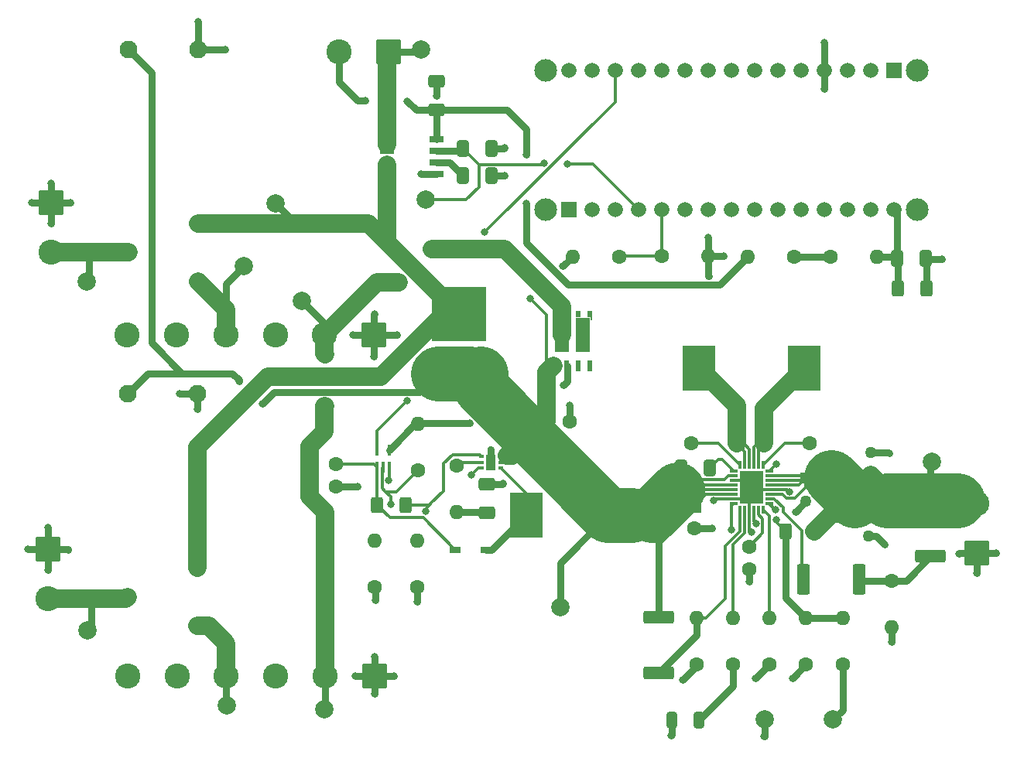
<source format=gbr>
%TF.GenerationSoftware,KiCad,Pcbnew,7.0.8*%
%TF.CreationDate,2024-02-23T11:13:45-06:00*%
%TF.ProjectId,ChargeController_Main,43686172-6765-4436-9f6e-74726f6c6c65,rev?*%
%TF.SameCoordinates,Original*%
%TF.FileFunction,Copper,L1,Top*%
%TF.FilePolarity,Positive*%
%FSLAX46Y46*%
G04 Gerber Fmt 4.6, Leading zero omitted, Abs format (unit mm)*
G04 Created by KiCad (PCBNEW 7.0.8) date 2024-02-23 11:13:45*
%MOMM*%
%LPD*%
G01*
G04 APERTURE LIST*
G04 Aperture macros list*
%AMRoundRect*
0 Rectangle with rounded corners*
0 $1 Rounding radius*
0 $2 $3 $4 $5 $6 $7 $8 $9 X,Y pos of 4 corners*
0 Add a 4 corners polygon primitive as box body*
4,1,4,$2,$3,$4,$5,$6,$7,$8,$9,$2,$3,0*
0 Add four circle primitives for the rounded corners*
1,1,$1+$1,$2,$3*
1,1,$1+$1,$4,$5*
1,1,$1+$1,$6,$7*
1,1,$1+$1,$8,$9*
0 Add four rect primitives between the rounded corners*
20,1,$1+$1,$2,$3,$4,$5,0*
20,1,$1+$1,$4,$5,$6,$7,0*
20,1,$1+$1,$6,$7,$8,$9,0*
20,1,$1+$1,$8,$9,$2,$3,0*%
G04 Aperture macros list end*
%TA.AperFunction,ComponentPad*%
%ADD10C,1.600000*%
%TD*%
%TA.AperFunction,ComponentPad*%
%ADD11O,1.600000X1.600000*%
%TD*%
%TA.AperFunction,SMDPad,CuDef*%
%ADD12R,0.600000X0.350000*%
%TD*%
%TA.AperFunction,SMDPad,CuDef*%
%ADD13R,1.100000X1.700000*%
%TD*%
%TA.AperFunction,ComponentPad*%
%ADD14RoundRect,0.250000X1.125000X1.125000X-1.125000X1.125000X-1.125000X-1.125000X1.125000X-1.125000X0*%
%TD*%
%TA.AperFunction,ComponentPad*%
%ADD15C,2.750000*%
%TD*%
%TA.AperFunction,ComponentPad*%
%ADD16RoundRect,0.250000X1.125000X-1.125000X1.125000X1.125000X-1.125000X1.125000X-1.125000X-1.125000X0*%
%TD*%
%TA.AperFunction,ComponentPad*%
%ADD17R,1.275000X1.275000*%
%TD*%
%TA.AperFunction,ComponentPad*%
%ADD18C,1.275000*%
%TD*%
%TA.AperFunction,SMDPad,CuDef*%
%ADD19RoundRect,0.250000X-0.400000X-0.625000X0.400000X-0.625000X0.400000X0.625000X-0.400000X0.625000X0*%
%TD*%
%TA.AperFunction,SMDPad,CuDef*%
%ADD20RoundRect,0.250000X-0.412500X-0.650000X0.412500X-0.650000X0.412500X0.650000X-0.412500X0.650000X0*%
%TD*%
%TA.AperFunction,SMDPad,CuDef*%
%ADD21RoundRect,0.249999X1.425001X-0.450001X1.425001X0.450001X-1.425001X0.450001X-1.425001X-0.450001X0*%
%TD*%
%TA.AperFunction,ComponentPad*%
%ADD22R,1.665000X1.665000*%
%TD*%
%TA.AperFunction,ComponentPad*%
%ADD23C,1.665000*%
%TD*%
%TA.AperFunction,ComponentPad*%
%ADD24C,2.475000*%
%TD*%
%TA.AperFunction,ComponentPad*%
%ADD25C,1.950000*%
%TD*%
%TA.AperFunction,ComponentPad*%
%ADD26R,1.600000X1.600000*%
%TD*%
%TA.AperFunction,ComponentPad*%
%ADD27RoundRect,0.250000X-1.125000X1.125000X-1.125000X-1.125000X1.125000X-1.125000X1.125000X1.125000X0*%
%TD*%
%TA.AperFunction,SMDPad,CuDef*%
%ADD28R,0.850000X0.300000*%
%TD*%
%TA.AperFunction,SMDPad,CuDef*%
%ADD29R,0.300000X0.850000*%
%TD*%
%TA.AperFunction,SMDPad,CuDef*%
%ADD30R,2.650000X3.650000*%
%TD*%
%TA.AperFunction,SMDPad,CuDef*%
%ADD31R,1.525000X0.650000*%
%TD*%
%TA.AperFunction,SMDPad,CuDef*%
%ADD32R,3.550000X4.900000*%
%TD*%
%TA.AperFunction,SMDPad,CuDef*%
%ADD33RoundRect,0.250000X0.650000X-0.412500X0.650000X0.412500X-0.650000X0.412500X-0.650000X-0.412500X0*%
%TD*%
%TA.AperFunction,ComponentPad*%
%ADD34C,2.000000*%
%TD*%
%TA.AperFunction,SMDPad,CuDef*%
%ADD35R,1.200000X0.750000*%
%TD*%
%TA.AperFunction,SMDPad,CuDef*%
%ADD36R,1.600000X3.000000*%
%TD*%
%TA.AperFunction,SMDPad,CuDef*%
%ADD37R,6.000000X6.000000*%
%TD*%
%TA.AperFunction,SMDPad,CuDef*%
%ADD38RoundRect,0.250000X-0.650000X0.412500X-0.650000X-0.412500X0.650000X-0.412500X0.650000X0.412500X0*%
%TD*%
%TA.AperFunction,SMDPad,CuDef*%
%ADD39R,0.450000X1.200000*%
%TD*%
%TA.AperFunction,SMDPad,CuDef*%
%ADD40RoundRect,0.250000X0.400000X0.625000X-0.400000X0.625000X-0.400000X-0.625000X0.400000X-0.625000X0*%
%TD*%
%TA.AperFunction,SMDPad,CuDef*%
%ADD41RoundRect,0.249999X-0.450001X-1.425001X0.450001X-1.425001X0.450001X1.425001X-0.450001X1.425001X0*%
%TD*%
%TA.AperFunction,SMDPad,CuDef*%
%ADD42R,0.610000X1.270000*%
%TD*%
%TA.AperFunction,SMDPad,CuDef*%
%ADD43R,0.610000X0.710000*%
%TD*%
%TA.AperFunction,SMDPad,CuDef*%
%ADD44R,1.650000X3.810000*%
%TD*%
%TA.AperFunction,SMDPad,CuDef*%
%ADD45R,0.230000X0.310000*%
%TD*%
%TA.AperFunction,SMDPad,CuDef*%
%ADD46RoundRect,0.250000X-0.325000X-0.650000X0.325000X-0.650000X0.325000X0.650000X-0.325000X0.650000X0*%
%TD*%
%TA.AperFunction,ViaPad*%
%ADD47C,2.000000*%
%TD*%
%TA.AperFunction,ViaPad*%
%ADD48C,0.800000*%
%TD*%
%TA.AperFunction,ViaPad*%
%ADD49C,0.700000*%
%TD*%
%TA.AperFunction,Conductor*%
%ADD50C,0.300000*%
%TD*%
%TA.AperFunction,Conductor*%
%ADD51C,0.750000*%
%TD*%
%TA.AperFunction,Conductor*%
%ADD52C,2.000000*%
%TD*%
%TA.AperFunction,Conductor*%
%ADD53C,6.000000*%
%TD*%
G04 APERTURE END LIST*
D10*
%TO.P,R1,1*%
%TO.N,GND*%
X75844400Y-93503800D03*
D11*
%TO.P,R1,2*%
%TO.N,/OpAmp_V-*%
X75844400Y-88423800D03*
%TD*%
D12*
%TO.P,PS1,1,FB*%
%TO.N,/Boost_FB*%
X87485800Y-79197200D03*
%TO.P,PS1,2,COMP*%
%TO.N,/Boost_Comp*%
X87485800Y-79847200D03*
%TO.P,PS1,3,GND*%
%TO.N,GND*%
X87485800Y-80497200D03*
%TO.P,PS1,4,SW*%
%TO.N,/Boost_SW*%
X89585800Y-80497200D03*
%TO.P,PS1,5,CTRL*%
%TO.N,MPPC_OUTPUT*%
X89585800Y-79847200D03*
%TO.P,PS1,6,VIN*%
X89585800Y-79197200D03*
D13*
%TO.P,PS1,7,EP*%
%TO.N,GND*%
X88535800Y-79847200D03*
%TD*%
D14*
%TO.P,J3,1,Pin_1*%
%TO.N,GND*%
X75778200Y-103225600D03*
D15*
%TO.P,J3,2,Pin_2*%
%TO.N,BC_VIN*%
X70378200Y-103225600D03*
%TO.P,J3,3,Pin_3*%
%TO.N,unconnected-(J3-Pin_3-Pad3)*%
X64978200Y-103225600D03*
%TO.P,J3,4,Pin_4*%
%TO.N,BC1_CHARGE_OUT*%
X59578200Y-103225600D03*
%TO.P,J3,5,Pin_5*%
%TO.N,unconnected-(J3-Pin_5-Pad5)*%
X54178200Y-103225600D03*
%TO.P,J3,6,Pin_6*%
%TO.N,unconnected-(J3-Pin_6-Pad6)*%
X48778200Y-103225600D03*
%TD*%
D16*
%TO.P,J1,1,Pin_1*%
%TO.N,GND*%
X141706600Y-89789000D03*
D15*
%TO.P,J1,2,Pin_2*%
%TO.N,INPUT*%
X141706600Y-84389000D03*
%TD*%
D17*
%TO.P,C1,1*%
%TO.N,INPUT*%
X130098800Y-81285000D03*
D18*
%TO.P,C1,2*%
%TO.N,GND*%
X130098800Y-78785000D03*
%TD*%
D19*
%TO.P,R20,1*%
%TO.N,/MCU_VIN*%
X133044600Y-60833000D03*
%TO.P,R20,2*%
%TO.N,GND*%
X136144600Y-60833000D03*
%TD*%
D10*
%TO.P,C5,1*%
%TO.N,GND*%
X116789200Y-91577800D03*
%TO.P,C5,2*%
%TO.N,/VCC*%
X116789200Y-89077800D03*
%TD*%
%TO.P,R2,1*%
%TO.N,/OpAmp_V-*%
X80568800Y-80727600D03*
D11*
%TO.P,R2,2*%
%TO.N,/Amplified_PWM*%
X80568800Y-75647600D03*
%TD*%
D10*
%TO.P,C8,1*%
%TO.N,/SW_2*%
X115411800Y-77800200D03*
%TO.P,C8,2*%
%TO.N,/BST2*%
X110411800Y-77800200D03*
%TD*%
D20*
%TO.P,C13,1*%
%TO.N,Net-(IC1-FILTER)*%
X85430900Y-48515800D03*
%TO.P,C13,2*%
%TO.N,GND*%
X88555900Y-48515800D03*
%TD*%
D21*
%TO.P,R8,1*%
%TO.N,/BB_HY*%
X136601200Y-90146600D03*
%TO.P,R8,2*%
%TO.N,INPUT*%
X136601200Y-84046600D03*
%TD*%
D22*
%TO.P,IC2,A1,D13*%
%TO.N,unconnected-(IC2-D13-PadA1)*%
X97034600Y-52197000D03*
D23*
%TO.P,IC2,A2,3.3V*%
%TO.N,unconnected-(IC2-3.3V-PadA2)*%
X99574600Y-52197000D03*
%TO.P,IC2,A3,REF*%
%TO.N,unconnected-(IC2-REF-PadA3)*%
X102114600Y-52197000D03*
%TO.P,IC2,A4,A0*%
%TO.N,OutputCurrent*%
X104654600Y-52197000D03*
%TO.P,IC2,A5,A1*%
%TO.N,MPPC_MCU_VOLTAGE*%
X107194600Y-52197000D03*
%TO.P,IC2,A6,A2*%
%TO.N,unconnected-(IC2-A2-PadA6)*%
X109734600Y-52197000D03*
%TO.P,IC2,A7,A3*%
%TO.N,unconnected-(IC2-A3-PadA7)*%
X112274600Y-52197000D03*
%TO.P,IC2,A8,A4*%
%TO.N,unconnected-(IC2-A4-PadA8)*%
X114814600Y-52197000D03*
%TO.P,IC2,A9,A5*%
%TO.N,unconnected-(IC2-A5-PadA9)*%
X117354600Y-52197000D03*
%TO.P,IC2,A10,A6*%
%TO.N,unconnected-(IC2-A6-PadA10)*%
X119894600Y-52197000D03*
%TO.P,IC2,A11,A7*%
%TO.N,unconnected-(IC2-A7-PadA11)*%
X122434600Y-52197000D03*
%TO.P,IC2,A12,5V*%
%TO.N,unconnected-(IC2-5V-PadA12)*%
X124974600Y-52197000D03*
%TO.P,IC2,A13,RST_1*%
%TO.N,unconnected-(IC2-RST_1-PadA13)*%
X127514600Y-52197000D03*
%TO.P,IC2,A14,GND_1*%
%TO.N,unconnected-(IC2-GND_1-PadA14)*%
X130054600Y-52197000D03*
%TO.P,IC2,A15,VIN*%
%TO.N,/MCU_VIN*%
X132594600Y-52197000D03*
D22*
%TO.P,IC2,B1,TX1*%
%TO.N,unconnected-(IC2-TX1-PadB1)*%
X132594600Y-36957000D03*
D23*
%TO.P,IC2,B2,RX0*%
%TO.N,unconnected-(IC2-RX0-PadB2)*%
X130054600Y-36957000D03*
%TO.P,IC2,B3,RST_2*%
%TO.N,unconnected-(IC2-RST_2-PadB3)*%
X127514600Y-36957000D03*
%TO.P,IC2,B4,GND_2*%
%TO.N,GND*%
X124974600Y-36957000D03*
%TO.P,IC2,B5,D2*%
%TO.N,unconnected-(IC2-D2-PadB5)*%
X122434600Y-36957000D03*
%TO.P,IC2,B6,D3*%
%TO.N,unconnected-(IC2-D3-PadB6)*%
X119894600Y-36957000D03*
%TO.P,IC2,B7,D4*%
%TO.N,unconnected-(IC2-D4-PadB7)*%
X117354600Y-36957000D03*
%TO.P,IC2,B8,D5*%
%TO.N,unconnected-(IC2-D5-PadB8)*%
X114814600Y-36957000D03*
%TO.P,IC2,B9,D6*%
%TO.N,unconnected-(IC2-D6-PadB9)*%
X112274600Y-36957000D03*
%TO.P,IC2,B10,D7*%
%TO.N,unconnected-(IC2-D7-PadB10)*%
X109734600Y-36957000D03*
%TO.P,IC2,B11,D8*%
%TO.N,unconnected-(IC2-D8-PadB11)*%
X107194600Y-36957000D03*
%TO.P,IC2,B12,D9*%
%TO.N,unconnected-(IC2-D9-PadB12)*%
X104654600Y-36957000D03*
%TO.P,IC2,B13,D10*%
%TO.N,MCU_PWM*%
X102114600Y-36957000D03*
%TO.P,IC2,B14,D11*%
%TO.N,unconnected-(IC2-D11-PadB14)*%
X99574600Y-36957000D03*
%TO.P,IC2,B15,D12*%
%TO.N,unconnected-(IC2-D12-PadB15)*%
X97034600Y-36957000D03*
D24*
%TO.P,IC2,MH1,MH1*%
%TO.N,unconnected-(IC2-PadMH1)*%
X94494600Y-52197000D03*
%TO.P,IC2,MH2,MH2*%
%TO.N,unconnected-(IC2-PadMH2)*%
X94494600Y-36957000D03*
%TO.P,IC2,MH3,MH3*%
%TO.N,unconnected-(IC2-PadMH3)*%
X135134600Y-36957000D03*
%TO.P,IC2,MH4,MH4*%
%TO.N,unconnected-(IC2-PadMH4)*%
X135134600Y-52197000D03*
%TD*%
D10*
%TO.P,R19,1*%
%TO.N,/Boost_Comp*%
X84751200Y-80196400D03*
D11*
%TO.P,R19,2*%
%TO.N,Net-(C15-Pad1)*%
X84751200Y-85276400D03*
%TD*%
D25*
%TO.P,K1,1,COIL_1*%
%TO.N,MPPC_OUTPUT*%
X48765400Y-72388800D03*
%TO.P,K1,2,COM*%
%TO.N,BAT_1*%
X48765400Y-94588800D03*
%TO.P,K1,3,NO*%
%TO.N,BC1_CHARGE_OUT*%
X56385400Y-97788800D03*
%TO.P,K1,4,NC*%
%TO.N,BAT_DISCHARGE*%
X56385400Y-91388800D03*
%TO.P,K1,5,COIL_2*%
%TO.N,GND*%
X56385400Y-72388800D03*
%TD*%
D10*
%TO.P,R7,1*%
%TO.N,Net-(C4-Pad2)*%
X127000000Y-102000000D03*
D11*
%TO.P,R7,2*%
%TO.N,/MPPC*%
X127000000Y-96920000D03*
%TD*%
D10*
%TO.P,C16,1*%
%TO.N,GND*%
X97135000Y-75412600D03*
%TO.P,C16,2*%
%TO.N,MPPC_OUTPUT*%
X94635000Y-75412600D03*
%TD*%
%TO.P,R16,1*%
%TO.N,MPPC_MCU_VOLTAGE*%
X102520800Y-57353200D03*
D11*
%TO.P,R16,2*%
%TO.N,MPPC_OUTPUT*%
X97440800Y-57353200D03*
%TD*%
D10*
%TO.P,R9,1*%
%TO.N,/BB_HY*%
X132384800Y-92805200D03*
D11*
%TO.P,R9,2*%
%TO.N,GND*%
X132384800Y-97885200D03*
%TD*%
D10*
%TO.P,R4,1*%
%TO.N,Net-(R3-Pad1)*%
X125647400Y-57378600D03*
D11*
%TO.P,R4,2*%
%TO.N,/MCU_VIN*%
X130727400Y-57378600D03*
%TD*%
D26*
%TO.P,C9,1*%
%TO.N,MPPC_OUTPUT*%
X110767400Y-84607400D03*
D10*
%TO.P,C9,2*%
%TO.N,GND*%
X110767400Y-87107400D03*
%TD*%
D27*
%TO.P,J5,1,Pin_1*%
%TO.N,GND*%
X40053200Y-89407600D03*
D15*
%TO.P,J5,2,Pin_2*%
%TO.N,BAT_1*%
X40053200Y-94807600D03*
%TD*%
D10*
%TO.P,R13,1*%
%TO.N,GND*%
X111000000Y-102000000D03*
D11*
%TO.P,R13,2*%
%TO.N,/FB*%
X111000000Y-96920000D03*
%TD*%
D21*
%TO.P,R14,1*%
%TO.N,/FB*%
X106883200Y-102922800D03*
%TO.P,R14,2*%
%TO.N,MPPC_OUTPUT*%
X106883200Y-96822800D03*
%TD*%
D20*
%TO.P,C14,1*%
%TO.N,OutputCurrent*%
X85430900Y-45515800D03*
%TO.P,C14,2*%
%TO.N,GND*%
X88555900Y-45515800D03*
%TD*%
D17*
%TO.P,C3,1*%
%TO.N,INPUT*%
X122986800Y-81599400D03*
D18*
%TO.P,C3,2*%
%TO.N,GND*%
X122986800Y-84099400D03*
%TD*%
D28*
%TO.P,IC4,1,BST3*%
%TO.N,/BB_BST3*%
X115091200Y-80850800D03*
%TO.P,IC4,2,PVOUT_1*%
%TO.N,MPPC_OUTPUT*%
X115091200Y-81350800D03*
%TO.P,IC4,3,GND_1*%
%TO.N,GND*%
X115091200Y-81850800D03*
%TO.P,IC4,4,PVOUT_2*%
%TO.N,MPPC_OUTPUT*%
X115091200Y-82350800D03*
%TO.P,IC4,5,ISP*%
X115091200Y-82850800D03*
%TO.P,IC4,6,ISN*%
X115091200Y-83350800D03*
%TO.P,IC4,7,PGOOD*%
%TO.N,GND*%
X115091200Y-83850800D03*
%TO.P,IC4,8,PROG*%
%TO.N,/VCC*%
X115091200Y-84350800D03*
D29*
%TO.P,IC4,9,FB*%
%TO.N,/FB*%
X115791200Y-85050800D03*
%TO.P,IC4,10,VC*%
%TO.N,Net-(IC4-VC)*%
X116291200Y-85050800D03*
%TO.P,IC4,11,GND_2*%
%TO.N,GND*%
X116791200Y-85050800D03*
%TO.P,IC4,12,MPPC*%
%TO.N,/MPPC*%
X117291200Y-85050800D03*
%TO.P,IC4,13,VCC*%
%TO.N,/VCC*%
X117791200Y-85050800D03*
%TO.P,IC4,14,RT*%
%TO.N,/BB_RT*%
X118291200Y-85050800D03*
D28*
%TO.P,IC4,15,SYNC/MODE*%
%TO.N,GND*%
X118991200Y-84350800D03*
%TO.P,IC4,16,EN/UVLO*%
%TO.N,/BB_EN*%
X118991200Y-83850800D03*
%TO.P,IC4,17,VIN*%
%TO.N,INPUT*%
X118991200Y-83350800D03*
%TO.P,IC4,18,GND_3*%
%TO.N,GND*%
X118991200Y-82850800D03*
%TO.P,IC4,19,PVIN_1*%
%TO.N,INPUT*%
X118991200Y-82350800D03*
%TO.P,IC4,20,PVIN_2*%
X118991200Y-81850800D03*
%TO.P,IC4,21,PVIN_3*%
X118991200Y-81350800D03*
%TO.P,IC4,22,GND_4*%
%TO.N,GND*%
X118991200Y-80850800D03*
D29*
%TO.P,IC4,23,BST1*%
%TO.N,/BST1*%
X118291200Y-80150800D03*
%TO.P,IC4,24,SW1_1*%
%TO.N,/SW_1*%
X117791200Y-80150800D03*
%TO.P,IC4,25,SW1_2*%
X117291200Y-80150800D03*
%TO.P,IC4,26,SW2_1*%
%TO.N,/SW_2*%
X116791200Y-80150800D03*
%TO.P,IC4,27,SW2_2*%
X116291200Y-80150800D03*
%TO.P,IC4,28,BST2*%
%TO.N,/BST2*%
X115791200Y-80150800D03*
D30*
%TO.P,IC4,29,PGND*%
%TO.N,GND*%
X117041200Y-82600800D03*
%TD*%
D14*
%TO.P,J4,1,Pin_1*%
%TO.N,GND*%
X75745200Y-65912600D03*
D15*
%TO.P,J4,2,Pin_2*%
%TO.N,BC_VIN*%
X70345200Y-65912600D03*
%TO.P,J4,3,Pin_3*%
%TO.N,unconnected-(J4-Pin_3-Pad3)*%
X64945200Y-65912600D03*
%TO.P,J4,4,Pin_4*%
%TO.N,BC2_CHARGE_OUT*%
X59545200Y-65912600D03*
%TO.P,J4,5,Pin_5*%
%TO.N,unconnected-(J4-Pin_5-Pad5)*%
X54145200Y-65912600D03*
%TO.P,J4,6,Pin_6*%
%TO.N,unconnected-(J4-Pin_6-Pad6)*%
X48745200Y-65912600D03*
%TD*%
D20*
%TO.P,C11,1*%
%TO.N,/MCU_VIN*%
X132962500Y-57505600D03*
%TO.P,C11,2*%
%TO.N,GND*%
X136087500Y-57505600D03*
%TD*%
D10*
%TO.P,C17,1*%
%TO.N,/Boosted_MPPC_Output*%
X71577200Y-80030000D03*
%TO.P,C17,2*%
%TO.N,GND*%
X71577200Y-82530000D03*
%TD*%
%TO.P,R11,1*%
%TO.N,GND*%
X119000000Y-102000000D03*
D11*
%TO.P,R11,2*%
%TO.N,/BB_RT*%
X119000000Y-96920000D03*
%TD*%
D31*
%TO.P,IC1,1,IP+_1*%
%TO.N,OUTPUT*%
X77165200Y-44526200D03*
%TO.P,IC1,2,IP+_2*%
X77165200Y-45796200D03*
%TO.P,IC1,3,IP-_1*%
%TO.N,BAT_DISCHARGE*%
X77165200Y-47066200D03*
%TO.P,IC1,4,IP-_2*%
X77165200Y-48336200D03*
%TO.P,IC1,5,GND*%
%TO.N,GND*%
X82589200Y-48336200D03*
%TO.P,IC1,6,FILTER*%
%TO.N,Net-(IC1-FILTER)*%
X82589200Y-47066200D03*
%TO.P,IC1,7,VIOUT*%
%TO.N,OutputCurrent*%
X82589200Y-45796200D03*
%TO.P,IC1,8,VCC*%
%TO.N,5V_IN*%
X82589200Y-44526200D03*
%TD*%
D10*
%TO.P,R17,1*%
%TO.N,GND*%
X80467200Y-93554600D03*
D11*
%TO.P,R17,2*%
%TO.N,/Boost_FB*%
X80467200Y-88474600D03*
%TD*%
D25*
%TO.P,K2,1,COIL_1*%
%TO.N,MPPC_OUTPUT*%
X48871400Y-34699800D03*
%TO.P,K2,2,COM*%
%TO.N,BAT_2*%
X48871400Y-56899800D03*
%TO.P,K2,3,NO*%
%TO.N,BC2_CHARGE_OUT*%
X56491400Y-60099800D03*
%TO.P,K2,4,NC*%
%TO.N,BAT_DISCHARGE*%
X56491400Y-53699800D03*
%TO.P,K2,5,COIL_2*%
%TO.N,GND*%
X56491400Y-34699800D03*
%TD*%
D32*
%TO.P,L2,1,1*%
%TO.N,/Boost_SW*%
X92395600Y-85623400D03*
%TO.P,L2,2,2*%
%TO.N,MPPC_OUTPUT*%
X103895600Y-85623400D03*
%TD*%
D10*
%TO.P,R3,1*%
%TO.N,Net-(R3-Pad1)*%
X121723200Y-57378600D03*
D11*
%TO.P,R3,2*%
%TO.N,5V_IN*%
X116643200Y-57378600D03*
%TD*%
D10*
%TO.P,R15,1*%
%TO.N,MPPC_MCU_VOLTAGE*%
X107257800Y-57302400D03*
D11*
%TO.P,R15,2*%
%TO.N,GND*%
X112337800Y-57302400D03*
%TD*%
D33*
%TO.P,C15,1*%
%TO.N,Net-(C15-Pad1)*%
X88104000Y-85385200D03*
%TO.P,C15,2*%
%TO.N,GND*%
X88104000Y-82260200D03*
%TD*%
D34*
%TO.P,C4,1*%
%TO.N,GND*%
X118449400Y-108000800D03*
%TO.P,C4,2*%
%TO.N,Net-(C4-Pad2)*%
X125949400Y-108000800D03*
%TD*%
D35*
%TO.P,D1,1,K*%
%TO.N,/Boosted_MPPC_Output*%
X84634600Y-89433400D03*
%TO.P,D1,2,A*%
%TO.N,/Boost_SW*%
X88034600Y-89433400D03*
%TD*%
D20*
%TO.P,C10,1*%
%TO.N,MPPC_OUTPUT*%
X109331900Y-80518000D03*
%TO.P,C10,2*%
%TO.N,/BB_BST3*%
X112456900Y-80518000D03*
%TD*%
D32*
%TO.P,L1,1,1*%
%TO.N,/SW_2*%
X111316600Y-69519800D03*
%TO.P,L1,2,2*%
%TO.N,/SW_1*%
X122816600Y-69519800D03*
%TD*%
D36*
%TO.P,D2,1,A_1*%
%TO.N,MPPC_OUTPUT*%
X82764600Y-70127000D03*
D37*
%TO.P,D2,2,K*%
%TO.N,BAT_DISCHARGE*%
X85064600Y-63627000D03*
D36*
%TO.P,D2,3,A_2*%
%TO.N,MPPC_OUTPUT*%
X87364600Y-70127000D03*
%TD*%
D10*
%TO.P,R12,1*%
%TO.N,Net-(C6-Pad2)*%
X115000000Y-102000000D03*
D11*
%TO.P,R12,2*%
%TO.N,Net-(IC4-VC)*%
X115000000Y-96920000D03*
%TD*%
D10*
%TO.P,C7,1*%
%TO.N,/BST1*%
X123412800Y-77800200D03*
%TO.P,C7,2*%
%TO.N,/SW_1*%
X118412800Y-77800200D03*
%TD*%
D19*
%TO.P,R5,1*%
%TO.N,/MPPC*%
X120776400Y-87452200D03*
%TO.P,R5,2*%
%TO.N,INPUT*%
X123876400Y-87452200D03*
%TD*%
D10*
%TO.P,R6,1*%
%TO.N,GND*%
X123000000Y-102000000D03*
D11*
%TO.P,R6,2*%
%TO.N,/MPPC*%
X123000000Y-96920000D03*
%TD*%
D38*
%TO.P,C12,1*%
%TO.N,GND*%
X82544200Y-38153700D03*
%TO.P,C12,2*%
%TO.N,5V_IN*%
X82544200Y-41278700D03*
%TD*%
D17*
%TO.P,C2,1*%
%TO.N,INPUT*%
X129819400Y-85470600D03*
D18*
%TO.P,C2,2*%
%TO.N,GND*%
X129819400Y-87970600D03*
%TD*%
D39*
%TO.P,IC3,1,IN+*%
%TO.N,/Boosted_MPPC_Output*%
X76083400Y-80426600D03*
%TO.P,IC3,2,V-*%
%TO.N,/OpAmp_V-*%
X76733400Y-80426600D03*
%TO.P,IC3,3,IN-*%
%TO.N,GND*%
X77383400Y-80426600D03*
%TO.P,IC3,4,OUT*%
%TO.N,/Amplified_PWM*%
X77383400Y-78526600D03*
%TO.P,IC3,5,V+*%
%TO.N,MCU_PWM*%
X76083400Y-78526600D03*
%TD*%
D14*
%TO.P,J7,1,Pin_1*%
%TO.N,OUTPUT*%
X77350600Y-34925000D03*
D15*
%TO.P,J7,2,Pin_2*%
%TO.N,5V_IN*%
X71950600Y-34925000D03*
%TD*%
D40*
%TO.P,R18,1*%
%TO.N,/Boost_FB*%
X79197800Y-84505800D03*
%TO.P,R18,2*%
%TO.N,/Boosted_MPPC_Output*%
X76097800Y-84505800D03*
%TD*%
D41*
%TO.P,R10,1*%
%TO.N,/BB_EN*%
X122680000Y-92710000D03*
%TO.P,R10,2*%
%TO.N,/BB_HY*%
X128780000Y-92710000D03*
%TD*%
D42*
%TO.P,Q1,1,S1*%
%TO.N,MPPC_OUTPUT*%
X95554800Y-69265800D03*
%TO.P,Q1,2,G1*%
%TO.N,/Amplified_PWM*%
X96824800Y-69265800D03*
%TO.P,Q1,3,S2*%
%TO.N,unconnected-(Q1-S2-Pad3)*%
X98094800Y-69265800D03*
%TO.P,Q1,4,G2*%
%TO.N,unconnected-(Q1-G2-Pad4)*%
X99364800Y-69265800D03*
D43*
%TO.P,Q1,5,D2_1*%
%TO.N,unconnected-(Q1-D2_1-Pad5)*%
X99364800Y-63645800D03*
%TO.P,Q1,6,D2_2*%
X98094800Y-63645800D03*
%TO.P,Q1,7,D1_1*%
%TO.N,BC_VIN*%
X96824800Y-63645800D03*
%TO.P,Q1,8,D1_2*%
X95554800Y-63645800D03*
D44*
%TO.P,Q1,9*%
X96304800Y-65905800D03*
%TO.P,Q1,10*%
%TO.N,unconnected-(Q1-D2_1-Pad5)*%
X98614800Y-65905800D03*
D45*
%TO.P,Q1,11*%
%TO.N,BC_VIN*%
X95364800Y-64155800D03*
%TO.P,Q1,12*%
%TO.N,unconnected-(Q1-D2_1-Pad5)*%
X99554800Y-64155800D03*
%TD*%
D46*
%TO.P,C6,1*%
%TO.N,GND*%
X108303800Y-108077000D03*
%TO.P,C6,2*%
%TO.N,Net-(C6-Pad2)*%
X111253800Y-108077000D03*
%TD*%
D27*
%TO.P,J6,1,Pin_1*%
%TO.N,GND*%
X40408800Y-51444800D03*
D15*
%TO.P,J6,2,Pin_2*%
%TO.N,BAT_2*%
X40408800Y-56844800D03*
%TD*%
D47*
%TO.N,INPUT*%
X136779000Y-79806800D03*
D48*
%TO.N,GND*%
X117475000Y-103505000D03*
D49*
X88493600Y-78460600D03*
D48*
X78282800Y-65887600D03*
X139700000Y-89839800D03*
X73431400Y-65887600D03*
X86410800Y-81203800D03*
X116789200Y-92964000D03*
X109474000Y-103682800D03*
X40081200Y-86995000D03*
X56515000Y-31648400D03*
X56388000Y-74041000D03*
X121158000Y-83076300D03*
X40436800Y-49301400D03*
X124968000Y-33883600D03*
X77901800Y-103225600D03*
X80924400Y-48336200D03*
X40081200Y-91617800D03*
X121843800Y-85293200D03*
X131572000Y-88874600D03*
X75692000Y-68275200D03*
X113995200Y-57302400D03*
X75869800Y-94996000D03*
X75768200Y-63627000D03*
X118414800Y-109855000D03*
X137896600Y-57607200D03*
X38328600Y-51435000D03*
X141706600Y-91998800D03*
X90017600Y-45466000D03*
X73710800Y-103225600D03*
X124968000Y-38989000D03*
X117016700Y-87528400D03*
X42570400Y-51435000D03*
X89839800Y-82194400D03*
X89992200Y-48488600D03*
X73939400Y-82550000D03*
X112318800Y-55270400D03*
X119659400Y-85090000D03*
X132105400Y-78841600D03*
X77368400Y-81838800D03*
X40436800Y-53695600D03*
X42316400Y-89458800D03*
X37896800Y-89408000D03*
X59436000Y-34696400D03*
X112928400Y-84076300D03*
X54508400Y-72364600D03*
X108229400Y-109778800D03*
X75768200Y-105181400D03*
X132359400Y-99517200D03*
X82544200Y-39716200D03*
X80467200Y-95097600D03*
X112750600Y-87122000D03*
X143789400Y-89814400D03*
X121488200Y-103530400D03*
X75768200Y-101117400D03*
X97155000Y-73583800D03*
X119786400Y-80060800D03*
X112344200Y-59461400D03*
%TO.N,/VCC*%
X114853794Y-87294794D03*
%TO.N,MPPC_OUTPUT*%
X96342200Y-58420000D03*
X60960000Y-70967600D03*
X92811600Y-61925200D03*
D47*
X96088200Y-95681800D03*
D48*
X63525400Y-73431400D03*
%TO.N,OutputCurrent*%
X96926400Y-47244000D03*
X94343293Y-47150093D03*
D47*
X81356200Y-51130200D03*
D48*
%TO.N,5V_IN*%
X92430600Y-46228000D03*
X92430600Y-51562000D03*
X74828400Y-40259000D03*
X79375000Y-40309800D03*
D47*
%TO.N,OUTPUT*%
X80848200Y-34645600D03*
%TO.N,BAT_DISCHARGE*%
X64947800Y-51485800D03*
D48*
%TO.N,/MPPC*%
X119725500Y-86156800D03*
X117516700Y-86588600D03*
%TO.N,BC_VIN*%
X82092800Y-56540400D03*
D47*
X70332600Y-106883200D03*
D48*
X70383400Y-73507600D03*
X78435200Y-60198000D03*
D47*
X67868800Y-62179200D03*
D48*
X70408800Y-68046600D03*
D47*
%TO.N,BC1_CHARGE_OUT*%
X59639200Y-106502200D03*
%TO.N,BC2_CHARGE_OUT*%
X61493400Y-58343800D03*
%TO.N,BAT_1*%
X44424600Y-98272600D03*
%TO.N,BAT_2*%
X44348400Y-60071000D03*
D48*
%TO.N,/OpAmp_V-*%
X77597000Y-84455000D03*
%TO.N,/Amplified_PWM*%
X86233000Y-75590400D03*
X96443800Y-71450200D03*
%TO.N,MCU_PWM*%
X79349600Y-73111900D03*
X87858600Y-54660800D03*
%TO.N,/Boost_FB*%
X81407000Y-85242400D03*
%TD*%
D50*
%TO.N,INPUT*%
X122986800Y-82575400D02*
X122986800Y-81599400D01*
X118991200Y-82350800D02*
X122235400Y-82350800D01*
X118991200Y-81350800D02*
X122738200Y-81350800D01*
X122235400Y-82350800D02*
X122986800Y-81599400D01*
D51*
X136601200Y-84046600D02*
X136601200Y-79984600D01*
D52*
X133202800Y-84389000D02*
X130098800Y-81285000D01*
X141706600Y-84389000D02*
X133202800Y-84389000D01*
D50*
X118991200Y-83350800D02*
X120405780Y-83350800D01*
D52*
X125858000Y-85470600D02*
X129819400Y-85470600D01*
D50*
X120857280Y-83802300D02*
X121759900Y-83802300D01*
D53*
X128325460Y-84046600D02*
X125733330Y-81454470D01*
D50*
X122738200Y-81350800D02*
X122986800Y-81599400D01*
X122735400Y-81850800D02*
X122986800Y-81599400D01*
D51*
X136601200Y-79984600D02*
X136779000Y-79806800D01*
D50*
X118991200Y-81850800D02*
X122735400Y-81850800D01*
X121759900Y-83802300D02*
X122986800Y-82575400D01*
D52*
X123876400Y-87452200D02*
X125858000Y-85470600D01*
D53*
X136601200Y-84046600D02*
X131876800Y-84046600D01*
D50*
X120405780Y-83350800D02*
X120857280Y-83802300D01*
D53*
X131876800Y-84046600D02*
X139596400Y-84046600D01*
D50*
%TO.N,GND*%
X117291200Y-82850800D02*
X118991200Y-82850800D01*
D51*
X122986800Y-84150200D02*
X121843800Y-85293200D01*
D50*
X117041200Y-82600800D02*
X116291200Y-81850800D01*
D51*
X123000000Y-102018600D02*
X121488200Y-103530400D01*
X75778200Y-103225600D02*
X75778200Y-105171400D01*
X59432600Y-34699800D02*
X59436000Y-34696400D01*
X42265200Y-89407600D02*
X42316400Y-89458800D01*
X97135000Y-73603800D02*
X97155000Y-73583800D01*
X40081200Y-91617800D02*
X40081200Y-89435600D01*
X75745200Y-65912600D02*
X78257800Y-65912600D01*
X75778200Y-103225600D02*
X77901800Y-103225600D01*
D50*
X118996400Y-80850800D02*
X119786400Y-80060800D01*
D51*
X73456400Y-65912600D02*
X73431400Y-65887600D01*
X132048800Y-78785000D02*
X132105400Y-78841600D01*
X56491400Y-31672000D02*
X56515000Y-31648400D01*
X110767400Y-87107400D02*
X112736000Y-87107400D01*
X89967800Y-45515800D02*
X90017600Y-45466000D01*
X75869800Y-94996000D02*
X75869800Y-93529200D01*
X40053200Y-89407600D02*
X40053200Y-87023000D01*
X136189100Y-57607200D02*
X136087500Y-57505600D01*
X82589200Y-48336200D02*
X80924400Y-48336200D01*
X40408800Y-51444800D02*
X40408800Y-49329400D01*
X97135000Y-75412600D02*
X97135000Y-73603800D01*
D50*
X120932500Y-82850800D02*
X121158000Y-83076300D01*
D51*
X139750800Y-89789000D02*
X139700000Y-89839800D01*
X141706600Y-89789000D02*
X141706600Y-91998800D01*
X78257800Y-65912600D02*
X78282800Y-65887600D01*
X141706600Y-89789000D02*
X139750800Y-89789000D01*
X88104000Y-82260200D02*
X89774000Y-82260200D01*
X143764000Y-89789000D02*
X143789400Y-89814400D01*
X42560600Y-51444800D02*
X42570400Y-51435000D01*
X75745200Y-65912600D02*
X75745200Y-68222000D01*
X80467200Y-95097600D02*
X80467200Y-93554600D01*
X108303800Y-108077000D02*
X108303800Y-109704400D01*
X37897200Y-89407600D02*
X37896800Y-89408000D01*
X130668000Y-87970600D02*
X131572000Y-88874600D01*
D50*
X118991200Y-84421800D02*
X119659400Y-85090000D01*
D51*
X124974600Y-38982400D02*
X124968000Y-38989000D01*
D50*
X87485800Y-80497200D02*
X87117400Y-80497200D01*
X113153900Y-83850800D02*
X112928400Y-84076300D01*
D51*
X112337800Y-57302400D02*
X113995200Y-57302400D01*
D50*
X116791200Y-85050800D02*
X116791200Y-87302900D01*
D51*
X112337800Y-55289400D02*
X112318800Y-55270400D01*
X89965000Y-48515800D02*
X89992200Y-48488600D01*
D50*
X77383400Y-80426600D02*
X77383400Y-81823800D01*
D51*
X118980000Y-102000000D02*
X117475000Y-103505000D01*
D50*
X116291200Y-81850800D02*
X115091200Y-81850800D01*
X116791200Y-87302900D02*
X117016700Y-87528400D01*
D51*
X75778200Y-101127400D02*
X75768200Y-101117400D01*
X56385400Y-72388800D02*
X54532600Y-72388800D01*
D50*
X117041200Y-82600800D02*
X115791200Y-83850800D01*
D51*
X40081200Y-89435600D02*
X40053200Y-89407600D01*
X88535800Y-79847200D02*
X88535800Y-78502800D01*
X56491400Y-34699800D02*
X59432600Y-34699800D01*
X141706600Y-89789000D02*
X143764000Y-89789000D01*
X112337800Y-59455000D02*
X112344200Y-59461400D01*
D50*
X87117400Y-80497200D02*
X86410800Y-81203800D01*
D51*
X75745200Y-65912600D02*
X75745200Y-63650000D01*
D50*
X118991200Y-84350800D02*
X118991200Y-84421800D01*
D51*
X40053200Y-87023000D02*
X40081200Y-86995000D01*
D50*
X77383400Y-81823800D02*
X77368400Y-81838800D01*
D51*
X40408800Y-51444800D02*
X40408800Y-53667600D01*
X111000000Y-102000000D02*
X111000000Y-102156800D01*
X136144600Y-60833000D02*
X136144600Y-57562700D01*
D50*
X116791200Y-82850800D02*
X116791200Y-85050800D01*
D51*
X129819400Y-87970600D02*
X130668000Y-87970600D01*
X112337800Y-57302400D02*
X112337800Y-59455000D01*
X40408800Y-51444800D02*
X42560600Y-51444800D01*
X88535800Y-78502800D02*
X88493600Y-78460600D01*
X75869800Y-93529200D02*
X75844400Y-93503800D01*
X123000000Y-102000000D02*
X123000000Y-102018600D01*
X40408800Y-53667600D02*
X40436800Y-53695600D01*
X75778200Y-103225600D02*
X73939400Y-103225600D01*
X118449400Y-109820400D02*
X118414800Y-109855000D01*
X75745200Y-68222000D02*
X75692000Y-68275200D01*
X54532600Y-72388800D02*
X54508400Y-72364600D01*
X111000000Y-102156800D02*
X109474000Y-103682800D01*
X89774000Y-82260200D02*
X89839800Y-82194400D01*
X118449400Y-108000800D02*
X118449400Y-109820400D01*
X82544200Y-38153700D02*
X82544200Y-39716200D01*
X112337800Y-57302400D02*
X112337800Y-55289400D01*
D50*
X118991200Y-80850800D02*
X118996400Y-80850800D01*
D51*
X119000000Y-102000000D02*
X118980000Y-102000000D01*
X75745200Y-63650000D02*
X75768200Y-63627000D01*
X137896600Y-57607200D02*
X136189100Y-57607200D01*
X56491400Y-34699800D02*
X56491400Y-31672000D01*
X130098800Y-78785000D02*
X132048800Y-78785000D01*
X71577200Y-82530000D02*
X73919400Y-82530000D01*
D50*
X115091200Y-83850800D02*
X113153900Y-83850800D01*
X117041200Y-82600800D02*
X117291200Y-82850800D01*
D51*
X40053200Y-89407600D02*
X42265200Y-89407600D01*
X56385400Y-72388800D02*
X56385400Y-74038400D01*
X108303800Y-109704400D02*
X108229400Y-109778800D01*
X75778200Y-105171400D02*
X75768200Y-105181400D01*
X132384800Y-99491800D02*
X132359400Y-99517200D01*
X75745200Y-65912600D02*
X73456400Y-65912600D01*
D50*
X117041200Y-82600800D02*
X116791200Y-82850800D01*
D51*
X73939400Y-103225600D02*
X73710800Y-103225600D01*
D50*
X118991200Y-82850800D02*
X120932500Y-82850800D01*
D51*
X122986800Y-84099400D02*
X122986800Y-84150200D01*
X112736000Y-87107400D02*
X112750600Y-87122000D01*
X124974600Y-36957000D02*
X124974600Y-38982400D01*
X40053200Y-89407600D02*
X37897200Y-89407600D01*
X38338400Y-51444800D02*
X38328600Y-51435000D01*
X88555900Y-45515800D02*
X89967800Y-45515800D01*
X40408800Y-51444800D02*
X38338400Y-51444800D01*
X40408800Y-49329400D02*
X40436800Y-49301400D01*
X136144600Y-57562700D02*
X136087500Y-57505600D01*
X116789200Y-91577800D02*
X116789200Y-92964000D01*
X56385400Y-74038400D02*
X56388000Y-74041000D01*
X88555900Y-48515800D02*
X89965000Y-48515800D01*
X124974600Y-33890200D02*
X124968000Y-33883600D01*
X124974600Y-36957000D02*
X124974600Y-33890200D01*
D50*
X75844400Y-94970600D02*
X75869800Y-94996000D01*
D51*
X132384800Y-97885200D02*
X132384800Y-99491800D01*
X73919400Y-82530000D02*
X73939400Y-82550000D01*
D50*
X115791200Y-83850800D02*
X115091200Y-83850800D01*
D51*
X75778200Y-103225600D02*
X75778200Y-101127400D01*
%TO.N,Net-(C4-Pad2)*%
X127000000Y-102000000D02*
X127000000Y-106950200D01*
X127000000Y-106950200D02*
X125949400Y-108000800D01*
D50*
%TO.N,/VCC*%
X118242700Y-86038334D02*
X118242700Y-87624300D01*
X114853794Y-84588206D02*
X114853794Y-87294794D01*
X117791200Y-85050800D02*
X117791200Y-85586834D01*
X115091200Y-84350800D02*
X114853794Y-84588206D01*
X118242700Y-87624300D02*
X116789200Y-89077800D01*
X117791200Y-85586834D02*
X118242700Y-86038334D01*
D51*
%TO.N,Net-(C6-Pad2)*%
X115000000Y-102000000D02*
X115000000Y-104330800D01*
X115000000Y-104330800D02*
X111253800Y-108077000D01*
D50*
%TO.N,/BST1*%
X120641800Y-77800200D02*
X123412800Y-77800200D01*
X118291200Y-80150800D02*
X120641800Y-77800200D01*
D52*
%TO.N,/SW_1*%
X118412800Y-73923600D02*
X122816600Y-69519800D01*
D50*
X117703600Y-77800200D02*
X118412800Y-77800200D01*
X117791200Y-80150800D02*
X117791200Y-78421800D01*
X117271800Y-78232000D02*
X117703600Y-77800200D01*
X117291200Y-80150800D02*
X117291200Y-78251400D01*
D52*
X118412800Y-77800200D02*
X118412800Y-73923600D01*
D50*
X117291200Y-78251400D02*
X117271800Y-78232000D01*
X117791200Y-78421800D02*
X118412800Y-77800200D01*
D52*
%TO.N,/SW_2*%
X115411800Y-77800200D02*
X115411800Y-73615000D01*
D50*
X116179600Y-77800200D02*
X115411800Y-77800200D01*
X116291200Y-78679600D02*
X115411800Y-77800200D01*
X116791200Y-80150800D02*
X116791200Y-78411800D01*
X116291200Y-80150800D02*
X116291200Y-78679600D01*
D52*
X115411800Y-73615000D02*
X111316600Y-69519800D01*
D50*
X116791200Y-78411800D02*
X116179600Y-77800200D01*
%TO.N,/BST2*%
X115791200Y-80150800D02*
X113440600Y-77800200D01*
X113440600Y-77800200D02*
X110411800Y-77800200D01*
D53*
%TO.N,MPPC_OUTPUT*%
X101323228Y-85623400D02*
X103895600Y-85623400D01*
D50*
X92811600Y-61925200D02*
X94635000Y-63748600D01*
D52*
X94635000Y-75412600D02*
X94635000Y-69974600D01*
X94635000Y-75412600D02*
X90901400Y-79146200D01*
D51*
X64795400Y-72161400D02*
X80730200Y-72161400D01*
X51384200Y-37212600D02*
X48871400Y-34699800D01*
X51384200Y-66751200D02*
X51384200Y-37212600D01*
X101323228Y-85623400D02*
X96088200Y-90858428D01*
X106883200Y-88491600D02*
X106883200Y-96822800D01*
D50*
X108919200Y-82850800D02*
X106146600Y-85623400D01*
X115091200Y-83350800D02*
X112024000Y-83350800D01*
X97440800Y-57353200D02*
X97409000Y-57353200D01*
D51*
X60221000Y-70127000D02*
X60960000Y-70866000D01*
D53*
X86233600Y-70127000D02*
X82764600Y-70127000D01*
D51*
X54760000Y-70127000D02*
X51384200Y-66751200D01*
X96342200Y-58420000D02*
X96374000Y-58420000D01*
X110767400Y-84607400D02*
X106883200Y-88491600D01*
D50*
X115091200Y-81350800D02*
X114507166Y-81350800D01*
X90200400Y-79847200D02*
X94635000Y-75412600D01*
D51*
X80730200Y-72161400D02*
X82764600Y-70127000D01*
D52*
X94635000Y-69974600D02*
X95343800Y-69265800D01*
D51*
X60960000Y-70866000D02*
X60960000Y-70967600D01*
D53*
X87364600Y-71664772D02*
X101323228Y-85623400D01*
D50*
X89585800Y-79847200D02*
X90200400Y-79847200D01*
X114507166Y-81350800D02*
X114069966Y-81788000D01*
X115091200Y-82350800D02*
X111164700Y-82350800D01*
D53*
X87364600Y-70127000D02*
X87364600Y-71664772D01*
D50*
X94635000Y-63748600D02*
X94635000Y-75412600D01*
X111164700Y-82350800D02*
X109331900Y-80518000D01*
X115091200Y-82850800D02*
X108919200Y-82850800D01*
X106146600Y-85623400D02*
X103895600Y-85623400D01*
X110601900Y-81788000D02*
X109331900Y-80518000D01*
D52*
X90901400Y-79146200D02*
X90286800Y-79146200D01*
D51*
X58623200Y-70127000D02*
X60221000Y-70127000D01*
X58623200Y-70127000D02*
X54760000Y-70127000D01*
X96374000Y-58420000D02*
X97440800Y-57353200D01*
X59029600Y-70127000D02*
X58623200Y-70127000D01*
X59029600Y-70127000D02*
X51027200Y-70127000D01*
D50*
X114069966Y-81788000D02*
X110601900Y-81788000D01*
D51*
X96088200Y-90858428D02*
X96088200Y-95681800D01*
X51027200Y-70127000D02*
X48765400Y-72388800D01*
X63525400Y-73431400D02*
X64795400Y-72161400D01*
D53*
X106146600Y-85623400D02*
X108889800Y-82880200D01*
D50*
X112024000Y-83350800D02*
X110767400Y-84607400D01*
%TO.N,/BB_BST3*%
X115091200Y-80850800D02*
X113824150Y-79583750D01*
X113391150Y-79583750D02*
X112456900Y-80518000D01*
X113824150Y-79583750D02*
X113391150Y-79583750D01*
D51*
%TO.N,/MCU_VIN*%
X132962500Y-57505600D02*
X132962500Y-52564900D01*
X132962500Y-52564900D02*
X132594600Y-52197000D01*
X133044600Y-57587700D02*
X132962500Y-57505600D01*
X133044600Y-60833000D02*
X133044600Y-57587700D01*
X130727400Y-57378600D02*
X132835500Y-57378600D01*
X132835500Y-57378600D02*
X132962500Y-57505600D01*
%TO.N,Net-(IC1-FILTER)*%
X82589200Y-47066200D02*
X83981300Y-47066200D01*
X83981300Y-47066200D02*
X85430900Y-48515800D01*
%TO.N,Net-(C15-Pad1)*%
X87995200Y-85276400D02*
X88104000Y-85385200D01*
X84751200Y-85276400D02*
X87995200Y-85276400D01*
D50*
%TO.N,OutputCurrent*%
X99701600Y-47244000D02*
X104654600Y-52197000D01*
D51*
X85150500Y-45796200D02*
X85430900Y-45515800D01*
D50*
X94203586Y-47289800D02*
X94343293Y-47150093D01*
X96926400Y-47244000D02*
X99701600Y-47244000D01*
X85801200Y-51130200D02*
X81356200Y-51130200D01*
X85430900Y-45515800D02*
X87204900Y-47289800D01*
D51*
X82589200Y-45796200D02*
X85150500Y-45796200D01*
D50*
X87204900Y-49726500D02*
X85801200Y-51130200D01*
X87204900Y-47289800D02*
X87204900Y-49726500D01*
X90246200Y-47289800D02*
X94203586Y-47289800D01*
X87204900Y-47289800D02*
X90246200Y-47289800D01*
%TO.N,MPPC_MCU_VOLTAGE*%
X107194600Y-57239200D02*
X107257800Y-57302400D01*
X107194600Y-52197000D02*
X107194600Y-57239200D01*
X102571600Y-57302400D02*
X102520800Y-57353200D01*
X107257800Y-57302400D02*
X102571600Y-57302400D01*
D51*
%TO.N,5V_IN*%
X96989682Y-60412400D02*
X92430600Y-55853318D01*
X116643200Y-57378600D02*
X113609400Y-60412400D01*
X91643200Y-42621200D02*
X92430600Y-43408600D01*
X80343900Y-41278700D02*
X79375000Y-40309800D01*
X82544200Y-41278700D02*
X80343900Y-41278700D01*
X82589200Y-44526200D02*
X82589200Y-41761200D01*
X92430600Y-55853318D02*
X92430600Y-51562000D01*
X113609400Y-60412400D02*
X96989682Y-60412400D01*
X71950600Y-38244800D02*
X73964800Y-40259000D01*
X82589200Y-41761200D02*
X82544200Y-41716200D01*
X82544200Y-41278700D02*
X87985600Y-41278700D01*
X90300700Y-41278700D02*
X91643200Y-42621200D01*
X87985600Y-41278700D02*
X90300700Y-41278700D01*
X71950600Y-34925000D02*
X71950600Y-38244800D01*
X92430600Y-43408600D02*
X92430600Y-46228000D01*
X73964800Y-40259000D02*
X74828400Y-40259000D01*
D50*
%TO.N,/Boosted_MPPC_Output*%
X76097800Y-80441000D02*
X76083400Y-80426600D01*
X76097800Y-84505800D02*
X76097800Y-80441000D01*
X84634600Y-89433400D02*
X81117000Y-85915800D01*
X75686800Y-80030000D02*
X71577200Y-80030000D01*
X77507800Y-85915800D02*
X76097800Y-84505800D01*
X76083400Y-80426600D02*
X75686800Y-80030000D01*
X81117000Y-85915800D02*
X77507800Y-85915800D01*
D51*
%TO.N,OUTPUT*%
X80568800Y-34925000D02*
X80848200Y-34645600D01*
D52*
X77165200Y-44526200D02*
X77165200Y-35110400D01*
D51*
X77350600Y-34925000D02*
X80568800Y-34925000D01*
D52*
X77165200Y-44526200D02*
X77165200Y-45121200D01*
X77165200Y-35110400D02*
X77350600Y-34925000D01*
X77200000Y-44491400D02*
X77165200Y-44526200D01*
D51*
%TO.N,BAT_DISCHARGE*%
X69088000Y-53699800D02*
X67161800Y-53699800D01*
D52*
X69088000Y-53699800D02*
X71145400Y-53699800D01*
X56385400Y-78158400D02*
X56385400Y-91388800D01*
X80835500Y-59397900D02*
X85064600Y-63627000D01*
D51*
X69088000Y-53699800D02*
X67288800Y-53699800D01*
X67161800Y-53699800D02*
X64947800Y-51485800D01*
D52*
X64084200Y-70459600D02*
X56385400Y-78158400D01*
X71145400Y-53699800D02*
X75137400Y-53699800D01*
X77165200Y-47297200D02*
X77165200Y-55727600D01*
X85064600Y-63627000D02*
X83358844Y-63627000D01*
X75137400Y-53699800D02*
X80835500Y-59397900D01*
X76526244Y-70459600D02*
X64084200Y-70459600D01*
X77165200Y-55727600D02*
X80835500Y-59397900D01*
X83358844Y-63627000D02*
X76526244Y-70459600D01*
X71145400Y-53699800D02*
X56491400Y-53699800D01*
D50*
%TO.N,/FB*%
X114173000Y-89001600D02*
X114173000Y-94818200D01*
X115791200Y-85050800D02*
X115791200Y-87383400D01*
X114173000Y-94818200D02*
X112071200Y-96920000D01*
D51*
X111000000Y-98806000D02*
X106883200Y-102922800D01*
D50*
X112071200Y-96920000D02*
X111000000Y-96920000D01*
D51*
X111000000Y-96920000D02*
X111000000Y-98806000D01*
D50*
X115791200Y-87383400D02*
X114173000Y-89001600D01*
%TO.N,Net-(IC4-VC)*%
X115000000Y-88885800D02*
X115000000Y-96920000D01*
X116291200Y-87594600D02*
X115000000Y-88885800D01*
X116291200Y-85050800D02*
X116291200Y-87594600D01*
D51*
%TO.N,/MPPC*%
X120776400Y-94696400D02*
X120776400Y-87452200D01*
X127000000Y-96920000D02*
X123000000Y-96920000D01*
D50*
X120471600Y-87147400D02*
X120776400Y-87452200D01*
X117291200Y-85050800D02*
X117291200Y-86363100D01*
X119725500Y-86401300D02*
X120776400Y-87452200D01*
X119725500Y-86156800D02*
X119725500Y-86401300D01*
D51*
X123000000Y-96920000D02*
X120776400Y-94696400D01*
D50*
X117291200Y-86363100D02*
X117516700Y-86588600D01*
%TO.N,/BB_RT*%
X119000000Y-96920000D02*
X119000000Y-85759600D01*
X119000000Y-85759600D02*
X118291200Y-85050800D01*
%TO.N,/BB_EN*%
X122529600Y-92559600D02*
X122529600Y-87350600D01*
X120479617Y-84803183D02*
X119527234Y-83850800D01*
X119527234Y-83850800D02*
X118991200Y-83850800D01*
X120479617Y-85300617D02*
X120479617Y-84803183D01*
X122529600Y-87350600D02*
X120479617Y-85300617D01*
X122680000Y-92710000D02*
X122529600Y-92559600D01*
D52*
%TO.N,BC_VIN*%
X78435200Y-60198000D02*
X76059800Y-60198000D01*
X70345200Y-67983000D02*
X70408800Y-68046600D01*
X68681600Y-78130400D02*
X70281800Y-76530200D01*
X90043000Y-56540400D02*
X82092800Y-56540400D01*
X70378200Y-85313400D02*
X68681600Y-83616800D01*
X70281800Y-76530200D02*
X70281800Y-73712400D01*
X96304800Y-62802200D02*
X90043000Y-56540400D01*
D51*
X70378200Y-106837600D02*
X70332600Y-106883200D01*
D52*
X76059800Y-60198000D02*
X70345200Y-65912600D01*
X70345200Y-65912600D02*
X70345200Y-67983000D01*
X68681600Y-83616800D02*
X68681600Y-78130400D01*
D51*
X70378200Y-103225600D02*
X70378200Y-106837600D01*
D52*
X70281800Y-73712400D02*
X70408800Y-73712400D01*
X96304800Y-65905800D02*
X96304800Y-62802200D01*
D51*
X70345200Y-65912600D02*
X70345200Y-64655600D01*
D52*
X70378200Y-103225600D02*
X70378200Y-85313400D01*
D51*
X70345200Y-64655600D02*
X67868800Y-62179200D01*
%TO.N,BC1_CHARGE_OUT*%
X59578200Y-103225600D02*
X59578200Y-106441200D01*
X59578200Y-106441200D02*
X59639200Y-106502200D01*
D52*
X59578200Y-103225600D02*
X59578200Y-99659400D01*
X57707600Y-97788800D02*
X56385400Y-97788800D01*
X59578200Y-99659400D02*
X57707600Y-97788800D01*
D51*
%TO.N,BC2_CHARGE_OUT*%
X61493400Y-58394600D02*
X61493400Y-58343800D01*
X59545200Y-60342800D02*
X60096400Y-59791600D01*
X59545200Y-65912600D02*
X59545200Y-60342800D01*
D52*
X59545200Y-65912600D02*
X59545200Y-63153600D01*
X59545200Y-63153600D02*
X56491400Y-60099800D01*
D51*
X60096400Y-59791600D02*
X61493400Y-58394600D01*
D52*
%TO.N,BAT_1*%
X40053200Y-94807600D02*
X44856400Y-94807600D01*
X44856400Y-94807600D02*
X48546600Y-94807600D01*
X48546600Y-94807600D02*
X48765400Y-94588800D01*
D51*
X44856400Y-94807600D02*
X44856400Y-97840800D01*
X44856400Y-97840800D02*
X44424600Y-98272600D01*
D52*
%TO.N,BAT_2*%
X44577000Y-56899800D02*
X40463800Y-56899800D01*
D51*
X44577000Y-56899800D02*
X44577000Y-59842400D01*
X44577000Y-59842400D02*
X44348400Y-60071000D01*
D52*
X40463800Y-56899800D02*
X40408800Y-56844800D01*
X48871400Y-56899800D02*
X44577000Y-56899800D01*
D50*
%TO.N,/OpAmp_V-*%
X76936600Y-82981800D02*
X77063600Y-83108800D01*
X78187600Y-83108800D02*
X77546200Y-83108800D01*
X76733400Y-80426600D02*
X76642400Y-80517600D01*
X76642400Y-82687600D02*
X76936600Y-82981800D01*
X76642400Y-80517600D02*
X76642400Y-82687600D01*
X77597000Y-83642200D02*
X77597000Y-84455000D01*
X80568800Y-80727600D02*
X78187600Y-83108800D01*
X76936600Y-82981800D02*
X77597000Y-83642200D01*
X77063600Y-83108800D02*
X77546200Y-83108800D01*
D51*
%TO.N,/Amplified_PWM*%
X80319600Y-75590400D02*
X77383400Y-78526600D01*
X96894800Y-70999200D02*
X96894800Y-69265800D01*
X96443800Y-71450200D02*
X96894800Y-70999200D01*
X77418400Y-78561600D02*
X77383400Y-78526600D01*
X86233000Y-75590400D02*
X80626000Y-75590400D01*
X80626000Y-75590400D02*
X80568800Y-75647600D01*
D50*
%TO.N,MCU_PWM*%
X87858600Y-54660800D02*
X102114600Y-40404800D01*
X76083400Y-76378100D02*
X79349600Y-73111900D01*
X102114600Y-40404800D02*
X102114600Y-36957000D01*
X76083400Y-78526600D02*
X76083400Y-76378100D01*
D51*
%TO.N,/BB_HY*%
X133942600Y-92805200D02*
X136601200Y-90146600D01*
X128875200Y-92805200D02*
X128780000Y-92710000D01*
X132384800Y-92805200D02*
X133942600Y-92805200D01*
X132384800Y-92805200D02*
X128875200Y-92805200D01*
D50*
%TO.N,/Boost_SW*%
X89585800Y-80497200D02*
X92395600Y-83307000D01*
D51*
X88585600Y-89433400D02*
X92395600Y-85623400D01*
D50*
X92395600Y-83307000D02*
X92395600Y-85623400D01*
D51*
X88034600Y-89433400D02*
X88585600Y-89433400D01*
D50*
%TO.N,/Boost_FB*%
X82016600Y-84328000D02*
X81407000Y-84937600D01*
X81407000Y-84937600D02*
X81407000Y-85242400D01*
X84325200Y-79022200D02*
X87310800Y-79022200D01*
X83337400Y-80010000D02*
X84325200Y-79022200D01*
X82016600Y-84328000D02*
X83337400Y-83007200D01*
X81838800Y-84505800D02*
X82016600Y-84328000D01*
X87310800Y-79022200D02*
X87485800Y-79197200D01*
X83337400Y-83007200D02*
X83337400Y-80010000D01*
X79197800Y-84505800D02*
X81838800Y-84505800D01*
%TO.N,/Boost_Comp*%
X87485800Y-79847200D02*
X85100400Y-79847200D01*
X85100400Y-79847200D02*
X84751200Y-80196400D01*
D51*
%TO.N,Net-(R3-Pad1)*%
X121723200Y-57378600D02*
X125647400Y-57378600D01*
%TD*%
%TA.AperFunction,Conductor*%
%TO.N,GND*%
G36*
X88728839Y-79616885D02*
G01*
X88774594Y-79669689D01*
X88785800Y-79721200D01*
X88785800Y-79973200D01*
X88766115Y-80040239D01*
X88713311Y-80085994D01*
X88661800Y-80097200D01*
X88210300Y-80097200D01*
X88143261Y-80077515D01*
X88097506Y-80024711D01*
X88086300Y-79973200D01*
X88086299Y-79721200D01*
X88105983Y-79654161D01*
X88158787Y-79608406D01*
X88210299Y-79597200D01*
X88661800Y-79597200D01*
X88728839Y-79616885D01*
G37*
%TD.AperFunction*%
%TD*%
M02*

</source>
